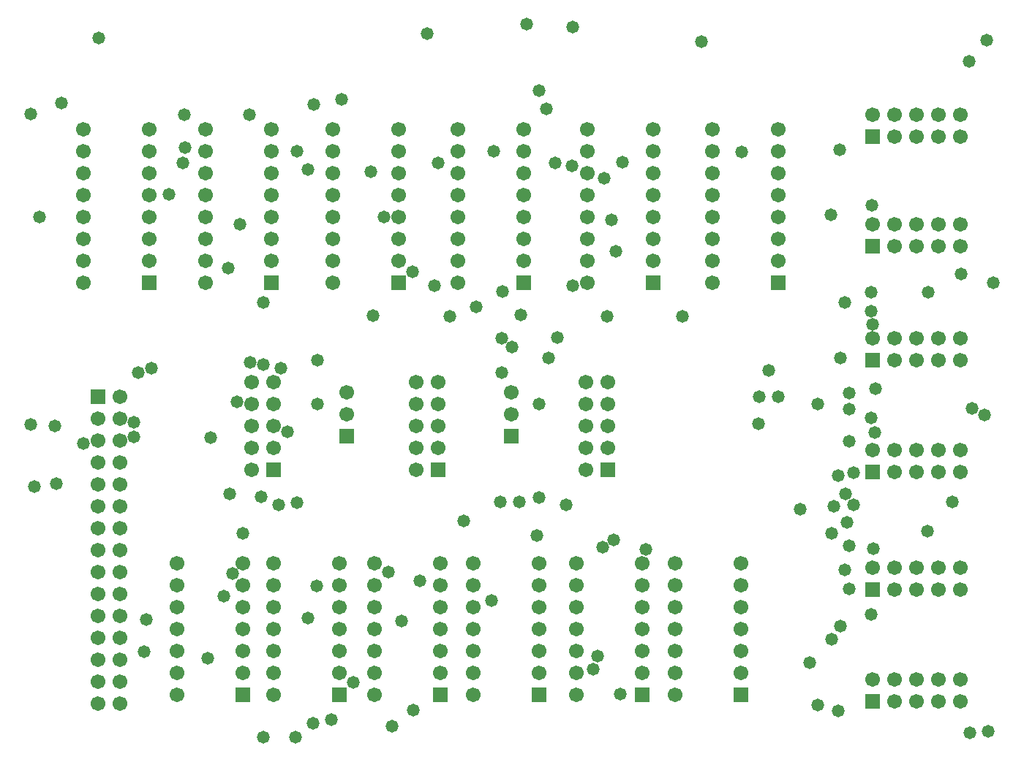
<source format=gbs>
G04 Layer_Color=16711935*
%FSLAX23Y23*%
%MOIN*%
G70*
G01*
G75*
%ADD19R,0.067X0.067*%
%ADD20C,0.067*%
%ADD21R,0.067X0.067*%
%ADD22C,0.067*%
%ADD23R,0.067X0.067*%
%ADD24C,0.058*%
D19*
X1585Y1635D02*
D03*
X2335D02*
D03*
X450Y1815D02*
D03*
X2775Y1480D02*
D03*
X2000D02*
D03*
X1250D02*
D03*
D20*
X1585Y1735D02*
D03*
Y1835D02*
D03*
X2335Y1735D02*
D03*
Y1835D02*
D03*
X550Y415D02*
D03*
Y515D02*
D03*
Y615D02*
D03*
Y715D02*
D03*
Y815D02*
D03*
Y915D02*
D03*
Y1015D02*
D03*
Y1115D02*
D03*
Y1215D02*
D03*
Y1315D02*
D03*
Y1415D02*
D03*
Y1515D02*
D03*
Y1615D02*
D03*
Y1715D02*
D03*
Y1815D02*
D03*
X450Y415D02*
D03*
Y515D02*
D03*
Y615D02*
D03*
Y715D02*
D03*
Y815D02*
D03*
Y915D02*
D03*
Y1015D02*
D03*
Y1115D02*
D03*
Y1215D02*
D03*
Y1315D02*
D03*
Y1415D02*
D03*
Y1515D02*
D03*
Y1615D02*
D03*
Y1715D02*
D03*
X4380Y525D02*
D03*
X4280D02*
D03*
X4180D02*
D03*
X4080D02*
D03*
X3980D02*
D03*
X4380Y425D02*
D03*
X4280D02*
D03*
X4180D02*
D03*
X4080D02*
D03*
X4380Y1035D02*
D03*
X4280D02*
D03*
X4180D02*
D03*
X4080D02*
D03*
X3980D02*
D03*
X4380Y935D02*
D03*
X4280D02*
D03*
X4180D02*
D03*
X4080D02*
D03*
X4380Y1570D02*
D03*
X4280D02*
D03*
X4180D02*
D03*
X4080D02*
D03*
X3980D02*
D03*
X4380Y1470D02*
D03*
X4280D02*
D03*
X4180D02*
D03*
X4080D02*
D03*
X4380Y2080D02*
D03*
X4280D02*
D03*
X4180D02*
D03*
X4080D02*
D03*
X3980D02*
D03*
X4380Y1980D02*
D03*
X4280D02*
D03*
X4180D02*
D03*
X4080D02*
D03*
X4380Y2600D02*
D03*
X4280D02*
D03*
X4180D02*
D03*
X4080D02*
D03*
X3980D02*
D03*
X4380Y2500D02*
D03*
X4280D02*
D03*
X4180D02*
D03*
X4080D02*
D03*
X4380Y3100D02*
D03*
X4280D02*
D03*
X4180D02*
D03*
X4080D02*
D03*
X3980D02*
D03*
X4380Y3000D02*
D03*
X4280D02*
D03*
X4180D02*
D03*
X4080D02*
D03*
X2675Y1880D02*
D03*
Y1780D02*
D03*
Y1680D02*
D03*
Y1580D02*
D03*
Y1480D02*
D03*
X2775Y1880D02*
D03*
Y1780D02*
D03*
Y1680D02*
D03*
Y1580D02*
D03*
X1900Y1880D02*
D03*
Y1780D02*
D03*
Y1680D02*
D03*
Y1580D02*
D03*
Y1480D02*
D03*
X2000Y1880D02*
D03*
Y1780D02*
D03*
Y1680D02*
D03*
Y1580D02*
D03*
X1150Y1880D02*
D03*
Y1780D02*
D03*
Y1680D02*
D03*
Y1580D02*
D03*
Y1480D02*
D03*
X1250Y1880D02*
D03*
Y1780D02*
D03*
Y1680D02*
D03*
Y1580D02*
D03*
D21*
X3980Y425D02*
D03*
Y935D02*
D03*
Y1470D02*
D03*
Y1980D02*
D03*
Y2500D02*
D03*
Y3000D02*
D03*
D22*
X3080Y1055D02*
D03*
Y955D02*
D03*
Y855D02*
D03*
Y755D02*
D03*
Y655D02*
D03*
Y555D02*
D03*
Y455D02*
D03*
X3380Y1055D02*
D03*
Y955D02*
D03*
Y855D02*
D03*
Y755D02*
D03*
Y655D02*
D03*
Y555D02*
D03*
X2630Y1055D02*
D03*
Y955D02*
D03*
Y855D02*
D03*
Y755D02*
D03*
Y655D02*
D03*
Y555D02*
D03*
Y455D02*
D03*
X2930Y1055D02*
D03*
Y955D02*
D03*
Y855D02*
D03*
Y755D02*
D03*
Y655D02*
D03*
Y555D02*
D03*
X2160Y1055D02*
D03*
Y955D02*
D03*
Y855D02*
D03*
Y755D02*
D03*
Y655D02*
D03*
Y555D02*
D03*
Y455D02*
D03*
X2460Y1055D02*
D03*
Y955D02*
D03*
Y855D02*
D03*
Y755D02*
D03*
Y655D02*
D03*
Y555D02*
D03*
X1710Y1055D02*
D03*
Y955D02*
D03*
Y855D02*
D03*
Y755D02*
D03*
Y655D02*
D03*
Y555D02*
D03*
Y455D02*
D03*
X2010Y1055D02*
D03*
Y955D02*
D03*
Y855D02*
D03*
Y755D02*
D03*
Y655D02*
D03*
Y555D02*
D03*
X1250Y1055D02*
D03*
Y955D02*
D03*
Y855D02*
D03*
Y755D02*
D03*
Y655D02*
D03*
Y555D02*
D03*
Y455D02*
D03*
X1550Y1055D02*
D03*
Y955D02*
D03*
Y855D02*
D03*
Y755D02*
D03*
Y655D02*
D03*
Y555D02*
D03*
X810Y1055D02*
D03*
Y955D02*
D03*
Y855D02*
D03*
Y755D02*
D03*
Y655D02*
D03*
Y555D02*
D03*
Y455D02*
D03*
X1110Y1055D02*
D03*
Y955D02*
D03*
Y855D02*
D03*
Y755D02*
D03*
Y655D02*
D03*
Y555D02*
D03*
X3250Y3035D02*
D03*
Y2935D02*
D03*
Y2835D02*
D03*
Y2735D02*
D03*
Y2635D02*
D03*
Y2535D02*
D03*
Y2435D02*
D03*
Y2335D02*
D03*
X3550Y3035D02*
D03*
Y2935D02*
D03*
Y2835D02*
D03*
Y2735D02*
D03*
Y2635D02*
D03*
Y2535D02*
D03*
Y2435D02*
D03*
X2680Y3035D02*
D03*
Y2935D02*
D03*
Y2835D02*
D03*
Y2735D02*
D03*
Y2635D02*
D03*
Y2535D02*
D03*
Y2435D02*
D03*
Y2335D02*
D03*
X2980Y3035D02*
D03*
Y2935D02*
D03*
Y2835D02*
D03*
Y2735D02*
D03*
Y2635D02*
D03*
Y2535D02*
D03*
Y2435D02*
D03*
X2090Y3035D02*
D03*
Y2935D02*
D03*
Y2835D02*
D03*
Y2735D02*
D03*
Y2635D02*
D03*
Y2535D02*
D03*
Y2435D02*
D03*
Y2335D02*
D03*
X2390Y3035D02*
D03*
Y2935D02*
D03*
Y2835D02*
D03*
Y2735D02*
D03*
Y2635D02*
D03*
Y2535D02*
D03*
Y2435D02*
D03*
X1520Y3035D02*
D03*
Y2935D02*
D03*
Y2835D02*
D03*
Y2735D02*
D03*
Y2635D02*
D03*
Y2535D02*
D03*
Y2435D02*
D03*
Y2335D02*
D03*
X1820Y3035D02*
D03*
Y2935D02*
D03*
Y2835D02*
D03*
Y2735D02*
D03*
Y2635D02*
D03*
Y2535D02*
D03*
Y2435D02*
D03*
X940Y3035D02*
D03*
Y2935D02*
D03*
Y2835D02*
D03*
Y2735D02*
D03*
Y2635D02*
D03*
Y2535D02*
D03*
Y2435D02*
D03*
Y2335D02*
D03*
X1240Y3035D02*
D03*
Y2935D02*
D03*
Y2835D02*
D03*
Y2735D02*
D03*
Y2635D02*
D03*
Y2535D02*
D03*
Y2435D02*
D03*
X385Y3035D02*
D03*
Y2935D02*
D03*
Y2835D02*
D03*
Y2735D02*
D03*
Y2635D02*
D03*
Y2535D02*
D03*
Y2435D02*
D03*
Y2335D02*
D03*
X685Y3035D02*
D03*
Y2935D02*
D03*
Y2835D02*
D03*
Y2735D02*
D03*
Y2635D02*
D03*
Y2535D02*
D03*
Y2435D02*
D03*
D23*
X3380Y455D02*
D03*
X2930D02*
D03*
X2460D02*
D03*
X2010D02*
D03*
X1550D02*
D03*
X1110D02*
D03*
X3550Y2335D02*
D03*
X2980D02*
D03*
X2390D02*
D03*
X1820D02*
D03*
X1240D02*
D03*
X685D02*
D03*
D24*
X260Y1418D02*
D03*
X1950Y3470D02*
D03*
X2405Y3515D02*
D03*
X2615Y3500D02*
D03*
X455Y3450D02*
D03*
X4500Y3440D02*
D03*
X4435Y1760D02*
D03*
X3200Y3435D02*
D03*
X4420Y3345D02*
D03*
X1560Y3170D02*
D03*
X2495Y3128D02*
D03*
X2460Y3210D02*
D03*
X1435Y3148D02*
D03*
X285Y3155D02*
D03*
X145Y3105D02*
D03*
X185Y2635D02*
D03*
X254Y1681D02*
D03*
X614Y1699D02*
D03*
X616Y1630D02*
D03*
X1195Y1357D02*
D03*
X3793Y2645D02*
D03*
X1065Y1008D02*
D03*
X838Y2883D02*
D03*
X3833Y2943D02*
D03*
X1205Y2245D02*
D03*
X1145Y1971D02*
D03*
X1451Y1981D02*
D03*
X847Y2953D02*
D03*
X1695Y2840D02*
D03*
X1919Y974D02*
D03*
X1615Y510D02*
D03*
X952Y623D02*
D03*
X966Y1627D02*
D03*
X1045Y2402D02*
D03*
X1885Y2385D02*
D03*
X386Y1601D02*
D03*
X2175Y2225D02*
D03*
X3856Y2245D02*
D03*
X3975Y2293D02*
D03*
X4235D02*
D03*
X3826Y1456D02*
D03*
X2545Y2085D02*
D03*
X2535Y2880D02*
D03*
X1407Y2851D02*
D03*
X2290Y2081D02*
D03*
X3875Y1833D02*
D03*
X3993Y1652D02*
D03*
X2339Y2040D02*
D03*
X845Y3100D02*
D03*
X2379Y2189D02*
D03*
X161Y1405D02*
D03*
X2296Y2295D02*
D03*
X2613Y2868D02*
D03*
X145Y1689D02*
D03*
X2256Y2935D02*
D03*
X2244Y885D02*
D03*
X2292Y1925D02*
D03*
X2055Y2182D02*
D03*
X1985Y2320D02*
D03*
X1704Y2184D02*
D03*
X2616Y2320D02*
D03*
X2463Y1780D02*
D03*
X2285Y1335D02*
D03*
X2812Y2478D02*
D03*
X775Y2739D02*
D03*
X673Y797D02*
D03*
X3386Y2932D02*
D03*
X2842Y2886D02*
D03*
X3875Y939D02*
D03*
X3976Y822D02*
D03*
X2800Y1162D02*
D03*
X3796Y1191D02*
D03*
X4230Y1200D02*
D03*
X660Y651D02*
D03*
X2728Y632D02*
D03*
X3461Y1693D02*
D03*
X1358Y1333D02*
D03*
X1050Y1371D02*
D03*
X2759Y2813D02*
D03*
X1432Y325D02*
D03*
X2463Y1355D02*
D03*
X3652Y1300D02*
D03*
X1025Y905D02*
D03*
X1448Y952D02*
D03*
X3733Y1781D02*
D03*
X3695Y600D02*
D03*
X3978Y2689D02*
D03*
X3976Y2206D02*
D03*
X3835Y1990D02*
D03*
X2505D02*
D03*
X3980Y2145D02*
D03*
X3895Y1321D02*
D03*
X3859Y1371D02*
D03*
X2751Y1127D02*
D03*
X3865Y1241D02*
D03*
X4345Y1336D02*
D03*
X3835Y769D02*
D03*
X3985Y1120D02*
D03*
X2833Y459D02*
D03*
X1358Y2936D02*
D03*
X1113Y1190D02*
D03*
X1142Y3100D02*
D03*
X1098Y2600D02*
D03*
X1276Y1323D02*
D03*
X1450Y1780D02*
D03*
X2371Y1335D02*
D03*
X3804Y1315D02*
D03*
X1205Y261D02*
D03*
X4385Y2374D02*
D03*
X4425Y281D02*
D03*
X3507Y1934D02*
D03*
X1835Y790D02*
D03*
X2000Y2880D02*
D03*
X2585Y1323D02*
D03*
X3875Y1759D02*
D03*
X3976Y1718D02*
D03*
X3895Y1467D02*
D03*
X2708Y570D02*
D03*
X1755Y2635D02*
D03*
X1774Y1014D02*
D03*
X1352Y260D02*
D03*
X1409Y805D02*
D03*
X3550Y1814D02*
D03*
X3465D02*
D03*
X2118Y1248D02*
D03*
X3875Y1610D02*
D03*
X3996Y1853D02*
D03*
X1086Y1790D02*
D03*
X1314Y1655D02*
D03*
X2791Y2622D02*
D03*
X2452Y1181D02*
D03*
X4532Y2334D02*
D03*
X696Y1945D02*
D03*
X636Y1925D02*
D03*
X1205Y1962D02*
D03*
X1285Y1944D02*
D03*
X2947Y1119D02*
D03*
X3855Y1024D02*
D03*
X2772Y2181D02*
D03*
X3115D02*
D03*
X1792Y310D02*
D03*
X4508Y289D02*
D03*
X4492Y1733D02*
D03*
X1887Y384D02*
D03*
X1516Y341D02*
D03*
X3875Y1136D02*
D03*
X3795Y709D02*
D03*
X3825Y381D02*
D03*
X3732Y407D02*
D03*
M02*

</source>
